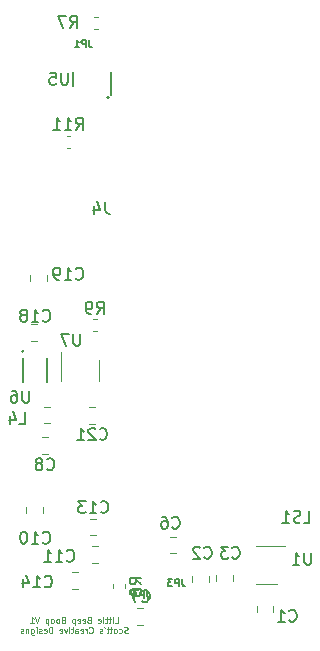
<source format=gbr>
G04 #@! TF.GenerationSoftware,KiCad,Pcbnew,(5.0.1)-rc2*
G04 #@! TF.CreationDate,2019-03-21T01:05:14-07:00*
G04 #@! TF.ProjectId,littlebeepboop,6C6974746C6562656570626F6F702E6B,rev?*
G04 #@! TF.SameCoordinates,Original*
G04 #@! TF.FileFunction,Legend,Bot*
G04 #@! TF.FilePolarity,Positive*
%FSLAX46Y46*%
G04 Gerber Fmt 4.6, Leading zero omitted, Abs format (unit mm)*
G04 Created by KiCad (PCBNEW (5.0.1)-rc2) date 3/21/2019 1:05:14 AM*
%MOMM*%
%LPD*%
G01*
G04 APERTURE LIST*
%ADD10C,0.100000*%
%ADD11C,0.120000*%
%ADD12C,0.150000*%
%ADD13C,0.127000*%
G04 APERTURE END LIST*
D10*
X166012380Y-138739190D02*
X166250476Y-138739190D01*
X166250476Y-138239190D01*
X165845714Y-138739190D02*
X165845714Y-138405857D01*
X165845714Y-138239190D02*
X165869523Y-138263000D01*
X165845714Y-138286809D01*
X165821904Y-138263000D01*
X165845714Y-138239190D01*
X165845714Y-138286809D01*
X165679047Y-138405857D02*
X165488571Y-138405857D01*
X165607619Y-138239190D02*
X165607619Y-138667761D01*
X165583809Y-138715380D01*
X165536190Y-138739190D01*
X165488571Y-138739190D01*
X165393333Y-138405857D02*
X165202857Y-138405857D01*
X165321904Y-138239190D02*
X165321904Y-138667761D01*
X165298095Y-138715380D01*
X165250476Y-138739190D01*
X165202857Y-138739190D01*
X164964761Y-138739190D02*
X165012380Y-138715380D01*
X165036190Y-138667761D01*
X165036190Y-138239190D01*
X164583809Y-138715380D02*
X164631428Y-138739190D01*
X164726666Y-138739190D01*
X164774285Y-138715380D01*
X164798095Y-138667761D01*
X164798095Y-138477285D01*
X164774285Y-138429666D01*
X164726666Y-138405857D01*
X164631428Y-138405857D01*
X164583809Y-138429666D01*
X164560000Y-138477285D01*
X164560000Y-138524904D01*
X164798095Y-138572523D01*
X163798095Y-138477285D02*
X163726666Y-138501095D01*
X163702857Y-138524904D01*
X163679047Y-138572523D01*
X163679047Y-138643952D01*
X163702857Y-138691571D01*
X163726666Y-138715380D01*
X163774285Y-138739190D01*
X163964761Y-138739190D01*
X163964761Y-138239190D01*
X163798095Y-138239190D01*
X163750476Y-138263000D01*
X163726666Y-138286809D01*
X163702857Y-138334428D01*
X163702857Y-138382047D01*
X163726666Y-138429666D01*
X163750476Y-138453476D01*
X163798095Y-138477285D01*
X163964761Y-138477285D01*
X163274285Y-138715380D02*
X163321904Y-138739190D01*
X163417142Y-138739190D01*
X163464761Y-138715380D01*
X163488571Y-138667761D01*
X163488571Y-138477285D01*
X163464761Y-138429666D01*
X163417142Y-138405857D01*
X163321904Y-138405857D01*
X163274285Y-138429666D01*
X163250476Y-138477285D01*
X163250476Y-138524904D01*
X163488571Y-138572523D01*
X162845714Y-138715380D02*
X162893333Y-138739190D01*
X162988571Y-138739190D01*
X163036190Y-138715380D01*
X163060000Y-138667761D01*
X163060000Y-138477285D01*
X163036190Y-138429666D01*
X162988571Y-138405857D01*
X162893333Y-138405857D01*
X162845714Y-138429666D01*
X162821904Y-138477285D01*
X162821904Y-138524904D01*
X163060000Y-138572523D01*
X162607619Y-138405857D02*
X162607619Y-138905857D01*
X162607619Y-138429666D02*
X162560000Y-138405857D01*
X162464761Y-138405857D01*
X162417142Y-138429666D01*
X162393333Y-138453476D01*
X162369523Y-138501095D01*
X162369523Y-138643952D01*
X162393333Y-138691571D01*
X162417142Y-138715380D01*
X162464761Y-138739190D01*
X162560000Y-138739190D01*
X162607619Y-138715380D01*
X161607619Y-138477285D02*
X161536190Y-138501095D01*
X161512380Y-138524904D01*
X161488571Y-138572523D01*
X161488571Y-138643952D01*
X161512380Y-138691571D01*
X161536190Y-138715380D01*
X161583809Y-138739190D01*
X161774285Y-138739190D01*
X161774285Y-138239190D01*
X161607619Y-138239190D01*
X161560000Y-138263000D01*
X161536190Y-138286809D01*
X161512380Y-138334428D01*
X161512380Y-138382047D01*
X161536190Y-138429666D01*
X161560000Y-138453476D01*
X161607619Y-138477285D01*
X161774285Y-138477285D01*
X161202857Y-138739190D02*
X161250476Y-138715380D01*
X161274285Y-138691571D01*
X161298095Y-138643952D01*
X161298095Y-138501095D01*
X161274285Y-138453476D01*
X161250476Y-138429666D01*
X161202857Y-138405857D01*
X161131428Y-138405857D01*
X161083809Y-138429666D01*
X161060000Y-138453476D01*
X161036190Y-138501095D01*
X161036190Y-138643952D01*
X161060000Y-138691571D01*
X161083809Y-138715380D01*
X161131428Y-138739190D01*
X161202857Y-138739190D01*
X160750476Y-138739190D02*
X160798095Y-138715380D01*
X160821904Y-138691571D01*
X160845714Y-138643952D01*
X160845714Y-138501095D01*
X160821904Y-138453476D01*
X160798095Y-138429666D01*
X160750476Y-138405857D01*
X160679047Y-138405857D01*
X160631428Y-138429666D01*
X160607619Y-138453476D01*
X160583809Y-138501095D01*
X160583809Y-138643952D01*
X160607619Y-138691571D01*
X160631428Y-138715380D01*
X160679047Y-138739190D01*
X160750476Y-138739190D01*
X160369523Y-138405857D02*
X160369523Y-138905857D01*
X160369523Y-138429666D02*
X160321904Y-138405857D01*
X160226666Y-138405857D01*
X160179047Y-138429666D01*
X160155238Y-138453476D01*
X160131428Y-138501095D01*
X160131428Y-138643952D01*
X160155238Y-138691571D01*
X160179047Y-138715380D01*
X160226666Y-138739190D01*
X160321904Y-138739190D01*
X160369523Y-138715380D01*
X159607619Y-138239190D02*
X159440952Y-138739190D01*
X159274285Y-138239190D01*
X158845714Y-138739190D02*
X159131428Y-138739190D01*
X158988571Y-138739190D02*
X158988571Y-138239190D01*
X159036190Y-138310619D01*
X159083809Y-138358238D01*
X159131428Y-138382047D01*
X167083809Y-139565380D02*
X167012380Y-139589190D01*
X166893333Y-139589190D01*
X166845714Y-139565380D01*
X166821904Y-139541571D01*
X166798095Y-139493952D01*
X166798095Y-139446333D01*
X166821904Y-139398714D01*
X166845714Y-139374904D01*
X166893333Y-139351095D01*
X166988571Y-139327285D01*
X167036190Y-139303476D01*
X167060000Y-139279666D01*
X167083809Y-139232047D01*
X167083809Y-139184428D01*
X167060000Y-139136809D01*
X167036190Y-139113000D01*
X166988571Y-139089190D01*
X166869523Y-139089190D01*
X166798095Y-139113000D01*
X166369523Y-139565380D02*
X166417142Y-139589190D01*
X166512380Y-139589190D01*
X166560000Y-139565380D01*
X166583809Y-139541571D01*
X166607619Y-139493952D01*
X166607619Y-139351095D01*
X166583809Y-139303476D01*
X166560000Y-139279666D01*
X166512380Y-139255857D01*
X166417142Y-139255857D01*
X166369523Y-139279666D01*
X166083809Y-139589190D02*
X166131428Y-139565380D01*
X166155238Y-139541571D01*
X166179047Y-139493952D01*
X166179047Y-139351095D01*
X166155238Y-139303476D01*
X166131428Y-139279666D01*
X166083809Y-139255857D01*
X166012380Y-139255857D01*
X165964761Y-139279666D01*
X165940952Y-139303476D01*
X165917142Y-139351095D01*
X165917142Y-139493952D01*
X165940952Y-139541571D01*
X165964761Y-139565380D01*
X166012380Y-139589190D01*
X166083809Y-139589190D01*
X165774285Y-139255857D02*
X165583809Y-139255857D01*
X165702857Y-139089190D02*
X165702857Y-139517761D01*
X165679047Y-139565380D01*
X165631428Y-139589190D01*
X165583809Y-139589190D01*
X165488571Y-139255857D02*
X165298095Y-139255857D01*
X165417142Y-139089190D02*
X165417142Y-139517761D01*
X165393333Y-139565380D01*
X165345714Y-139589190D01*
X165298095Y-139589190D01*
X165107619Y-139089190D02*
X165155238Y-139184428D01*
X164917142Y-139565380D02*
X164869523Y-139589190D01*
X164774285Y-139589190D01*
X164726666Y-139565380D01*
X164702857Y-139517761D01*
X164702857Y-139493952D01*
X164726666Y-139446333D01*
X164774285Y-139422523D01*
X164845714Y-139422523D01*
X164893333Y-139398714D01*
X164917142Y-139351095D01*
X164917142Y-139327285D01*
X164893333Y-139279666D01*
X164845714Y-139255857D01*
X164774285Y-139255857D01*
X164726666Y-139279666D01*
X163821904Y-139541571D02*
X163845714Y-139565380D01*
X163917142Y-139589190D01*
X163964761Y-139589190D01*
X164036190Y-139565380D01*
X164083809Y-139517761D01*
X164107619Y-139470142D01*
X164131428Y-139374904D01*
X164131428Y-139303476D01*
X164107619Y-139208238D01*
X164083809Y-139160619D01*
X164036190Y-139113000D01*
X163964761Y-139089190D01*
X163917142Y-139089190D01*
X163845714Y-139113000D01*
X163821904Y-139136809D01*
X163607619Y-139589190D02*
X163607619Y-139255857D01*
X163607619Y-139351095D02*
X163583809Y-139303476D01*
X163560000Y-139279666D01*
X163512380Y-139255857D01*
X163464761Y-139255857D01*
X163107619Y-139565380D02*
X163155238Y-139589190D01*
X163250476Y-139589190D01*
X163298095Y-139565380D01*
X163321904Y-139517761D01*
X163321904Y-139327285D01*
X163298095Y-139279666D01*
X163250476Y-139255857D01*
X163155238Y-139255857D01*
X163107619Y-139279666D01*
X163083809Y-139327285D01*
X163083809Y-139374904D01*
X163321904Y-139422523D01*
X162655238Y-139589190D02*
X162655238Y-139327285D01*
X162679047Y-139279666D01*
X162726666Y-139255857D01*
X162821904Y-139255857D01*
X162869523Y-139279666D01*
X162655238Y-139565380D02*
X162702857Y-139589190D01*
X162821904Y-139589190D01*
X162869523Y-139565380D01*
X162893333Y-139517761D01*
X162893333Y-139470142D01*
X162869523Y-139422523D01*
X162821904Y-139398714D01*
X162702857Y-139398714D01*
X162655238Y-139374904D01*
X162488571Y-139255857D02*
X162298095Y-139255857D01*
X162417142Y-139089190D02*
X162417142Y-139517761D01*
X162393333Y-139565380D01*
X162345714Y-139589190D01*
X162298095Y-139589190D01*
X162131428Y-139589190D02*
X162131428Y-139255857D01*
X162131428Y-139089190D02*
X162155238Y-139113000D01*
X162131428Y-139136809D01*
X162107619Y-139113000D01*
X162131428Y-139089190D01*
X162131428Y-139136809D01*
X161940952Y-139255857D02*
X161821904Y-139589190D01*
X161702857Y-139255857D01*
X161321904Y-139565380D02*
X161369523Y-139589190D01*
X161464761Y-139589190D01*
X161512380Y-139565380D01*
X161536190Y-139517761D01*
X161536190Y-139327285D01*
X161512380Y-139279666D01*
X161464761Y-139255857D01*
X161369523Y-139255857D01*
X161321904Y-139279666D01*
X161298095Y-139327285D01*
X161298095Y-139374904D01*
X161536190Y-139422523D01*
X160702857Y-139589190D02*
X160702857Y-139089190D01*
X160583809Y-139089190D01*
X160512380Y-139113000D01*
X160464761Y-139160619D01*
X160440952Y-139208238D01*
X160417142Y-139303476D01*
X160417142Y-139374904D01*
X160440952Y-139470142D01*
X160464761Y-139517761D01*
X160512380Y-139565380D01*
X160583809Y-139589190D01*
X160702857Y-139589190D01*
X160012380Y-139565380D02*
X160060000Y-139589190D01*
X160155238Y-139589190D01*
X160202857Y-139565380D01*
X160226666Y-139517761D01*
X160226666Y-139327285D01*
X160202857Y-139279666D01*
X160155238Y-139255857D01*
X160060000Y-139255857D01*
X160012380Y-139279666D01*
X159988571Y-139327285D01*
X159988571Y-139374904D01*
X160226666Y-139422523D01*
X159798095Y-139565380D02*
X159750476Y-139589190D01*
X159655238Y-139589190D01*
X159607619Y-139565380D01*
X159583809Y-139517761D01*
X159583809Y-139493952D01*
X159607619Y-139446333D01*
X159655238Y-139422523D01*
X159726666Y-139422523D01*
X159774285Y-139398714D01*
X159798095Y-139351095D01*
X159798095Y-139327285D01*
X159774285Y-139279666D01*
X159726666Y-139255857D01*
X159655238Y-139255857D01*
X159607619Y-139279666D01*
X159369523Y-139589190D02*
X159369523Y-139255857D01*
X159369523Y-139089190D02*
X159393333Y-139113000D01*
X159369523Y-139136809D01*
X159345714Y-139113000D01*
X159369523Y-139089190D01*
X159369523Y-139136809D01*
X158917142Y-139255857D02*
X158917142Y-139660619D01*
X158940952Y-139708238D01*
X158964761Y-139732047D01*
X159012380Y-139755857D01*
X159083809Y-139755857D01*
X159131428Y-139732047D01*
X158917142Y-139565380D02*
X158964761Y-139589190D01*
X159060000Y-139589190D01*
X159107619Y-139565380D01*
X159131428Y-139541571D01*
X159155238Y-139493952D01*
X159155238Y-139351095D01*
X159131428Y-139303476D01*
X159107619Y-139279666D01*
X159060000Y-139255857D01*
X158964761Y-139255857D01*
X158917142Y-139279666D01*
X158679047Y-139255857D02*
X158679047Y-139589190D01*
X158679047Y-139303476D02*
X158655238Y-139279666D01*
X158607619Y-139255857D01*
X158536190Y-139255857D01*
X158488571Y-139279666D01*
X158464761Y-139327285D01*
X158464761Y-139589190D01*
X158250476Y-139565380D02*
X158202857Y-139589190D01*
X158107619Y-139589190D01*
X158060000Y-139565380D01*
X158036190Y-139517761D01*
X158036190Y-139493952D01*
X158060000Y-139446333D01*
X158107619Y-139422523D01*
X158179047Y-139422523D01*
X158226666Y-139398714D01*
X158250476Y-139351095D01*
X158250476Y-139327285D01*
X158226666Y-139279666D01*
X158179047Y-139255857D01*
X158107619Y-139255857D01*
X158060000Y-139279666D01*
D11*
G04 #@! TO.C,C14*
X162897078Y-134418000D02*
X162379922Y-134418000D01*
X162897078Y-135838000D02*
X162379922Y-135838000D01*
G04 #@! TO.C,C1*
X178000000Y-137841078D02*
X178000000Y-137323922D01*
X179420000Y-137841078D02*
X179420000Y-137323922D01*
G04 #@! TO.C,C2*
X173938000Y-134790922D02*
X173938000Y-135308078D01*
X172518000Y-134790922D02*
X172518000Y-135308078D01*
G04 #@! TO.C,C3*
X174550000Y-134693922D02*
X174550000Y-135211078D01*
X175970000Y-134693922D02*
X175970000Y-135211078D01*
G04 #@! TO.C,C10*
X159880000Y-128893922D02*
X159880000Y-129411078D01*
X158460000Y-128893922D02*
X158460000Y-129411078D01*
G04 #@! TO.C,C11*
X164551078Y-132240000D02*
X164033922Y-132240000D01*
X164551078Y-133660000D02*
X164033922Y-133660000D01*
G04 #@! TO.C,C13*
X164431078Y-131340000D02*
X163913922Y-131340000D01*
X164431078Y-129920000D02*
X163913922Y-129920000D01*
G04 #@! TO.C,C18*
X158883922Y-113450000D02*
X159401078Y-113450000D01*
X158883922Y-114870000D02*
X159401078Y-114870000D01*
G04 #@! TO.C,C19*
X158802000Y-109293922D02*
X158802000Y-109811078D01*
X160222000Y-109293922D02*
X160222000Y-109811078D01*
G04 #@! TO.C,R7*
X164572779Y-87410000D02*
X164247221Y-87410000D01*
X164572779Y-88430000D02*
X164247221Y-88430000D01*
G04 #@! TO.C,R9*
X164475279Y-114048000D02*
X164149721Y-114048000D01*
X164475279Y-113028000D02*
X164149721Y-113028000D01*
G04 #@! TO.C,R11*
X161914721Y-98554000D02*
X162240279Y-98554000D01*
X161914721Y-97534000D02*
X162240279Y-97534000D01*
G04 #@! TO.C,U1*
X179716000Y-135468000D02*
X177916000Y-135468000D01*
X177916000Y-132248000D02*
X180366000Y-132248000D01*
D12*
G04 #@! TO.C,U5*
X165675000Y-94050000D02*
X165675000Y-92125000D01*
X162425000Y-93275000D02*
X162425000Y-92125000D01*
X165500000Y-94250000D02*
G75*
G03X165500000Y-94250000I-100000J0D01*
G01*
G04 #@! TO.C,U6*
X160258000Y-116348000D02*
X160258000Y-118348000D01*
X158258000Y-118348000D02*
X158258000Y-116348000D01*
X158278711Y-115748000D02*
G75*
G03X158278711Y-115748000I-70711J0D01*
G01*
D11*
G04 #@! TO.C,C8*
X159828922Y-122990000D02*
X160346078Y-122990000D01*
X159828922Y-124410000D02*
X160346078Y-124410000D01*
G04 #@! TO.C,C21*
X163818922Y-121860000D02*
X164336078Y-121860000D01*
X163818922Y-120440000D02*
X164336078Y-120440000D01*
G04 #@! TO.C,L4*
X159981422Y-121840000D02*
X160498578Y-121840000D01*
X159981422Y-120420000D02*
X160498578Y-120420000D01*
G04 #@! TO.C,U7*
X164678000Y-116448000D02*
X164678000Y-118248000D01*
X161458000Y-118248000D02*
X161458000Y-115798000D01*
G04 #@! TO.C,C6*
X170633922Y-132850000D02*
X171151078Y-132850000D01*
X170633922Y-131430000D02*
X171151078Y-131430000D01*
G04 #@! TO.C,C7*
X168406578Y-137466000D02*
X167889422Y-137466000D01*
X168406578Y-138886000D02*
X167889422Y-138886000D01*
G04 #@! TO.C,R6*
X166880000Y-135798779D02*
X166880000Y-135473221D01*
X165860000Y-135798779D02*
X165860000Y-135473221D01*
G04 #@! TO.C,C14*
D12*
X160059857Y-135637142D02*
X160107476Y-135684761D01*
X160250333Y-135732380D01*
X160345571Y-135732380D01*
X160488428Y-135684761D01*
X160583666Y-135589523D01*
X160631285Y-135494285D01*
X160678904Y-135303809D01*
X160678904Y-135160952D01*
X160631285Y-134970476D01*
X160583666Y-134875238D01*
X160488428Y-134780000D01*
X160345571Y-134732380D01*
X160250333Y-134732380D01*
X160107476Y-134780000D01*
X160059857Y-134827619D01*
X159107476Y-135732380D02*
X159678904Y-135732380D01*
X159393190Y-135732380D02*
X159393190Y-134732380D01*
X159488428Y-134875238D01*
X159583666Y-134970476D01*
X159678904Y-135018095D01*
X158250333Y-135065714D02*
X158250333Y-135732380D01*
X158488428Y-134684761D02*
X158726523Y-135399047D01*
X158107476Y-135399047D01*
G04 #@! TO.C,C1*
X180760666Y-138533142D02*
X180808285Y-138580761D01*
X180951142Y-138628380D01*
X181046380Y-138628380D01*
X181189238Y-138580761D01*
X181284476Y-138485523D01*
X181332095Y-138390285D01*
X181379714Y-138199809D01*
X181379714Y-138056952D01*
X181332095Y-137866476D01*
X181284476Y-137771238D01*
X181189238Y-137676000D01*
X181046380Y-137628380D01*
X180951142Y-137628380D01*
X180808285Y-137676000D01*
X180760666Y-137723619D01*
X179808285Y-138628380D02*
X180379714Y-138628380D01*
X180094000Y-138628380D02*
X180094000Y-137628380D01*
X180189238Y-137771238D01*
X180284476Y-137866476D01*
X180379714Y-137914095D01*
G04 #@! TO.C,C2*
X173569666Y-133199142D02*
X173617285Y-133246761D01*
X173760142Y-133294380D01*
X173855380Y-133294380D01*
X173998238Y-133246761D01*
X174093476Y-133151523D01*
X174141095Y-133056285D01*
X174188714Y-132865809D01*
X174188714Y-132722952D01*
X174141095Y-132532476D01*
X174093476Y-132437238D01*
X173998238Y-132342000D01*
X173855380Y-132294380D01*
X173760142Y-132294380D01*
X173617285Y-132342000D01*
X173569666Y-132389619D01*
X173188714Y-132389619D02*
X173141095Y-132342000D01*
X173045857Y-132294380D01*
X172807761Y-132294380D01*
X172712523Y-132342000D01*
X172664904Y-132389619D01*
X172617285Y-132484857D01*
X172617285Y-132580095D01*
X172664904Y-132722952D01*
X173236333Y-133294380D01*
X172617285Y-133294380D01*
G04 #@! TO.C,C3*
X175934666Y-133199142D02*
X175982285Y-133246761D01*
X176125142Y-133294380D01*
X176220380Y-133294380D01*
X176363238Y-133246761D01*
X176458476Y-133151523D01*
X176506095Y-133056285D01*
X176553714Y-132865809D01*
X176553714Y-132722952D01*
X176506095Y-132532476D01*
X176458476Y-132437238D01*
X176363238Y-132342000D01*
X176220380Y-132294380D01*
X176125142Y-132294380D01*
X175982285Y-132342000D01*
X175934666Y-132389619D01*
X175601333Y-132294380D02*
X174982285Y-132294380D01*
X175315619Y-132675333D01*
X175172761Y-132675333D01*
X175077523Y-132722952D01*
X175029904Y-132770571D01*
X174982285Y-132865809D01*
X174982285Y-133103904D01*
X175029904Y-133199142D01*
X175077523Y-133246761D01*
X175172761Y-133294380D01*
X175458476Y-133294380D01*
X175553714Y-133246761D01*
X175601333Y-133199142D01*
G04 #@! TO.C,C10*
X159900857Y-131929142D02*
X159948476Y-131976761D01*
X160091333Y-132024380D01*
X160186571Y-132024380D01*
X160329428Y-131976761D01*
X160424666Y-131881523D01*
X160472285Y-131786285D01*
X160519904Y-131595809D01*
X160519904Y-131452952D01*
X160472285Y-131262476D01*
X160424666Y-131167238D01*
X160329428Y-131072000D01*
X160186571Y-131024380D01*
X160091333Y-131024380D01*
X159948476Y-131072000D01*
X159900857Y-131119619D01*
X158948476Y-132024380D02*
X159519904Y-132024380D01*
X159234190Y-132024380D02*
X159234190Y-131024380D01*
X159329428Y-131167238D01*
X159424666Y-131262476D01*
X159519904Y-131310095D01*
X158329428Y-131024380D02*
X158234190Y-131024380D01*
X158138952Y-131072000D01*
X158091333Y-131119619D01*
X158043714Y-131214857D01*
X157996095Y-131405333D01*
X157996095Y-131643428D01*
X158043714Y-131833904D01*
X158091333Y-131929142D01*
X158138952Y-131976761D01*
X158234190Y-132024380D01*
X158329428Y-132024380D01*
X158424666Y-131976761D01*
X158472285Y-131929142D01*
X158519904Y-131833904D01*
X158567523Y-131643428D01*
X158567523Y-131405333D01*
X158519904Y-131214857D01*
X158472285Y-131119619D01*
X158424666Y-131072000D01*
X158329428Y-131024380D01*
G04 #@! TO.C,C11*
X161932857Y-133453142D02*
X161980476Y-133500761D01*
X162123333Y-133548380D01*
X162218571Y-133548380D01*
X162361428Y-133500761D01*
X162456666Y-133405523D01*
X162504285Y-133310285D01*
X162551904Y-133119809D01*
X162551904Y-132976952D01*
X162504285Y-132786476D01*
X162456666Y-132691238D01*
X162361428Y-132596000D01*
X162218571Y-132548380D01*
X162123333Y-132548380D01*
X161980476Y-132596000D01*
X161932857Y-132643619D01*
X160980476Y-133548380D02*
X161551904Y-133548380D01*
X161266190Y-133548380D02*
X161266190Y-132548380D01*
X161361428Y-132691238D01*
X161456666Y-132786476D01*
X161551904Y-132834095D01*
X160028095Y-133548380D02*
X160599523Y-133548380D01*
X160313809Y-133548380D02*
X160313809Y-132548380D01*
X160409047Y-132691238D01*
X160504285Y-132786476D01*
X160599523Y-132834095D01*
G04 #@! TO.C,C13*
X164815357Y-129337142D02*
X164862976Y-129384761D01*
X165005833Y-129432380D01*
X165101071Y-129432380D01*
X165243928Y-129384761D01*
X165339166Y-129289523D01*
X165386785Y-129194285D01*
X165434404Y-129003809D01*
X165434404Y-128860952D01*
X165386785Y-128670476D01*
X165339166Y-128575238D01*
X165243928Y-128480000D01*
X165101071Y-128432380D01*
X165005833Y-128432380D01*
X164862976Y-128480000D01*
X164815357Y-128527619D01*
X163862976Y-129432380D02*
X164434404Y-129432380D01*
X164148690Y-129432380D02*
X164148690Y-128432380D01*
X164243928Y-128575238D01*
X164339166Y-128670476D01*
X164434404Y-128718095D01*
X163529642Y-128432380D02*
X162910595Y-128432380D01*
X163243928Y-128813333D01*
X163101071Y-128813333D01*
X163005833Y-128860952D01*
X162958214Y-128908571D01*
X162910595Y-129003809D01*
X162910595Y-129241904D01*
X162958214Y-129337142D01*
X163005833Y-129384761D01*
X163101071Y-129432380D01*
X163386785Y-129432380D01*
X163482023Y-129384761D01*
X163529642Y-129337142D01*
G04 #@! TO.C,C18*
X159900857Y-113133142D02*
X159948476Y-113180761D01*
X160091333Y-113228380D01*
X160186571Y-113228380D01*
X160329428Y-113180761D01*
X160424666Y-113085523D01*
X160472285Y-112990285D01*
X160519904Y-112799809D01*
X160519904Y-112656952D01*
X160472285Y-112466476D01*
X160424666Y-112371238D01*
X160329428Y-112276000D01*
X160186571Y-112228380D01*
X160091333Y-112228380D01*
X159948476Y-112276000D01*
X159900857Y-112323619D01*
X158948476Y-113228380D02*
X159519904Y-113228380D01*
X159234190Y-113228380D02*
X159234190Y-112228380D01*
X159329428Y-112371238D01*
X159424666Y-112466476D01*
X159519904Y-112514095D01*
X158377047Y-112656952D02*
X158472285Y-112609333D01*
X158519904Y-112561714D01*
X158567523Y-112466476D01*
X158567523Y-112418857D01*
X158519904Y-112323619D01*
X158472285Y-112276000D01*
X158377047Y-112228380D01*
X158186571Y-112228380D01*
X158091333Y-112276000D01*
X158043714Y-112323619D01*
X157996095Y-112418857D01*
X157996095Y-112466476D01*
X158043714Y-112561714D01*
X158091333Y-112609333D01*
X158186571Y-112656952D01*
X158377047Y-112656952D01*
X158472285Y-112704571D01*
X158519904Y-112752190D01*
X158567523Y-112847428D01*
X158567523Y-113037904D01*
X158519904Y-113133142D01*
X158472285Y-113180761D01*
X158377047Y-113228380D01*
X158186571Y-113228380D01*
X158091333Y-113180761D01*
X158043714Y-113133142D01*
X157996095Y-113037904D01*
X157996095Y-112847428D01*
X158043714Y-112752190D01*
X158091333Y-112704571D01*
X158186571Y-112656952D01*
G04 #@! TO.C,C19*
X162694857Y-109577142D02*
X162742476Y-109624761D01*
X162885333Y-109672380D01*
X162980571Y-109672380D01*
X163123428Y-109624761D01*
X163218666Y-109529523D01*
X163266285Y-109434285D01*
X163313904Y-109243809D01*
X163313904Y-109100952D01*
X163266285Y-108910476D01*
X163218666Y-108815238D01*
X163123428Y-108720000D01*
X162980571Y-108672380D01*
X162885333Y-108672380D01*
X162742476Y-108720000D01*
X162694857Y-108767619D01*
X161742476Y-109672380D02*
X162313904Y-109672380D01*
X162028190Y-109672380D02*
X162028190Y-108672380D01*
X162123428Y-108815238D01*
X162218666Y-108910476D01*
X162313904Y-108958095D01*
X161266285Y-109672380D02*
X161075809Y-109672380D01*
X160980571Y-109624761D01*
X160932952Y-109577142D01*
X160837714Y-109434285D01*
X160790095Y-109243809D01*
X160790095Y-108862857D01*
X160837714Y-108767619D01*
X160885333Y-108720000D01*
X160980571Y-108672380D01*
X161171047Y-108672380D01*
X161266285Y-108720000D01*
X161313904Y-108767619D01*
X161361523Y-108862857D01*
X161361523Y-109100952D01*
X161313904Y-109196190D01*
X161266285Y-109243809D01*
X161171047Y-109291428D01*
X160980571Y-109291428D01*
X160885333Y-109243809D01*
X160837714Y-109196190D01*
X160790095Y-109100952D01*
G04 #@! TO.C,JP1*
D13*
X163808000Y-89386171D02*
X163808000Y-89821600D01*
X163837028Y-89908685D01*
X163895085Y-89966742D01*
X163982171Y-89995771D01*
X164040228Y-89995771D01*
X163517714Y-89995771D02*
X163517714Y-89386171D01*
X163285485Y-89386171D01*
X163227428Y-89415200D01*
X163198400Y-89444228D01*
X163169371Y-89502285D01*
X163169371Y-89589371D01*
X163198400Y-89647428D01*
X163227428Y-89676457D01*
X163285485Y-89705485D01*
X163517714Y-89705485D01*
X162588800Y-89995771D02*
X162937142Y-89995771D01*
X162762971Y-89995771D02*
X162762971Y-89386171D01*
X162821028Y-89473257D01*
X162879085Y-89531314D01*
X162937142Y-89560342D01*
G04 #@! TO.C,R7*
D12*
X162218666Y-88336380D02*
X162552000Y-87860190D01*
X162790095Y-88336380D02*
X162790095Y-87336380D01*
X162409142Y-87336380D01*
X162313904Y-87384000D01*
X162266285Y-87431619D01*
X162218666Y-87526857D01*
X162218666Y-87669714D01*
X162266285Y-87764952D01*
X162313904Y-87812571D01*
X162409142Y-87860190D01*
X162790095Y-87860190D01*
X161885333Y-87336380D02*
X161218666Y-87336380D01*
X161647238Y-88336380D01*
G04 #@! TO.C,R9*
X164479166Y-112560380D02*
X164812500Y-112084190D01*
X165050595Y-112560380D02*
X165050595Y-111560380D01*
X164669642Y-111560380D01*
X164574404Y-111608000D01*
X164526785Y-111655619D01*
X164479166Y-111750857D01*
X164479166Y-111893714D01*
X164526785Y-111988952D01*
X164574404Y-112036571D01*
X164669642Y-112084190D01*
X165050595Y-112084190D01*
X164002976Y-112560380D02*
X163812500Y-112560380D01*
X163717261Y-112512761D01*
X163669642Y-112465142D01*
X163574404Y-112322285D01*
X163526785Y-112131809D01*
X163526785Y-111750857D01*
X163574404Y-111655619D01*
X163622023Y-111608000D01*
X163717261Y-111560380D01*
X163907738Y-111560380D01*
X164002976Y-111608000D01*
X164050595Y-111655619D01*
X164098214Y-111750857D01*
X164098214Y-111988952D01*
X164050595Y-112084190D01*
X164002976Y-112131809D01*
X163907738Y-112179428D01*
X163717261Y-112179428D01*
X163622023Y-112131809D01*
X163574404Y-112084190D01*
X163526785Y-111988952D01*
G04 #@! TO.C,R11*
X162694857Y-96972380D02*
X163028190Y-96496190D01*
X163266285Y-96972380D02*
X163266285Y-95972380D01*
X162885333Y-95972380D01*
X162790095Y-96020000D01*
X162742476Y-96067619D01*
X162694857Y-96162857D01*
X162694857Y-96305714D01*
X162742476Y-96400952D01*
X162790095Y-96448571D01*
X162885333Y-96496190D01*
X163266285Y-96496190D01*
X161742476Y-96972380D02*
X162313904Y-96972380D01*
X162028190Y-96972380D02*
X162028190Y-95972380D01*
X162123428Y-96115238D01*
X162218666Y-96210476D01*
X162313904Y-96258095D01*
X160790095Y-96972380D02*
X161361523Y-96972380D01*
X161075809Y-96972380D02*
X161075809Y-95972380D01*
X161171047Y-96115238D01*
X161266285Y-96210476D01*
X161361523Y-96258095D01*
G04 #@! TO.C,U1*
X182625904Y-132802380D02*
X182625904Y-133611904D01*
X182578285Y-133707142D01*
X182530666Y-133754761D01*
X182435428Y-133802380D01*
X182244952Y-133802380D01*
X182149714Y-133754761D01*
X182102095Y-133707142D01*
X182054476Y-133611904D01*
X182054476Y-132802380D01*
X181054476Y-133802380D02*
X181625904Y-133802380D01*
X181340190Y-133802380D02*
X181340190Y-132802380D01*
X181435428Y-132945238D01*
X181530666Y-133040476D01*
X181625904Y-133088095D01*
G04 #@! TO.C,U5*
X162022884Y-92162380D02*
X162022884Y-92971904D01*
X161975265Y-93067142D01*
X161927646Y-93114761D01*
X161832408Y-93162380D01*
X161641932Y-93162380D01*
X161546694Y-93114761D01*
X161499075Y-93067142D01*
X161451456Y-92971904D01*
X161451456Y-92162380D01*
X160499075Y-92162380D02*
X160975265Y-92162380D01*
X161022884Y-92638571D01*
X160975265Y-92590952D01*
X160880027Y-92543333D01*
X160641932Y-92543333D01*
X160546694Y-92590952D01*
X160499075Y-92638571D01*
X160451456Y-92733809D01*
X160451456Y-92971904D01*
X160499075Y-93067142D01*
X160546694Y-93114761D01*
X160641932Y-93162380D01*
X160880027Y-93162380D01*
X160975265Y-93114761D01*
X161022884Y-93067142D01*
G04 #@! TO.C,U6*
X158749904Y-119086380D02*
X158749904Y-119895904D01*
X158702285Y-119991142D01*
X158654666Y-120038761D01*
X158559428Y-120086380D01*
X158368952Y-120086380D01*
X158273714Y-120038761D01*
X158226095Y-119991142D01*
X158178476Y-119895904D01*
X158178476Y-119086380D01*
X157273714Y-119086380D02*
X157464190Y-119086380D01*
X157559428Y-119134000D01*
X157607047Y-119181619D01*
X157702285Y-119324476D01*
X157749904Y-119514952D01*
X157749904Y-119895904D01*
X157702285Y-119991142D01*
X157654666Y-120038761D01*
X157559428Y-120086380D01*
X157368952Y-120086380D01*
X157273714Y-120038761D01*
X157226095Y-119991142D01*
X157178476Y-119895904D01*
X157178476Y-119657809D01*
X157226095Y-119562571D01*
X157273714Y-119514952D01*
X157368952Y-119467333D01*
X157559428Y-119467333D01*
X157654666Y-119514952D01*
X157702285Y-119562571D01*
X157749904Y-119657809D01*
G04 #@! TO.C,J4*
X165179333Y-103084380D02*
X165179333Y-103798666D01*
X165226952Y-103941523D01*
X165322190Y-104036761D01*
X165465047Y-104084380D01*
X165560285Y-104084380D01*
X164274571Y-103417714D02*
X164274571Y-104084380D01*
X164512666Y-103036761D02*
X164750761Y-103751047D01*
X164131714Y-103751047D01*
G04 #@! TO.C,C8*
X160254166Y-125707142D02*
X160301785Y-125754761D01*
X160444642Y-125802380D01*
X160539880Y-125802380D01*
X160682738Y-125754761D01*
X160777976Y-125659523D01*
X160825595Y-125564285D01*
X160873214Y-125373809D01*
X160873214Y-125230952D01*
X160825595Y-125040476D01*
X160777976Y-124945238D01*
X160682738Y-124850000D01*
X160539880Y-124802380D01*
X160444642Y-124802380D01*
X160301785Y-124850000D01*
X160254166Y-124897619D01*
X159682738Y-125230952D02*
X159777976Y-125183333D01*
X159825595Y-125135714D01*
X159873214Y-125040476D01*
X159873214Y-124992857D01*
X159825595Y-124897619D01*
X159777976Y-124850000D01*
X159682738Y-124802380D01*
X159492261Y-124802380D01*
X159397023Y-124850000D01*
X159349404Y-124897619D01*
X159301785Y-124992857D01*
X159301785Y-125040476D01*
X159349404Y-125135714D01*
X159397023Y-125183333D01*
X159492261Y-125230952D01*
X159682738Y-125230952D01*
X159777976Y-125278571D01*
X159825595Y-125326190D01*
X159873214Y-125421428D01*
X159873214Y-125611904D01*
X159825595Y-125707142D01*
X159777976Y-125754761D01*
X159682738Y-125802380D01*
X159492261Y-125802380D01*
X159397023Y-125754761D01*
X159349404Y-125707142D01*
X159301785Y-125611904D01*
X159301785Y-125421428D01*
X159349404Y-125326190D01*
X159397023Y-125278571D01*
X159492261Y-125230952D01*
G04 #@! TO.C,LS1*
X181998857Y-130246380D02*
X182475047Y-130246380D01*
X182475047Y-129246380D01*
X181713142Y-130198761D02*
X181570285Y-130246380D01*
X181332190Y-130246380D01*
X181236952Y-130198761D01*
X181189333Y-130151142D01*
X181141714Y-130055904D01*
X181141714Y-129960666D01*
X181189333Y-129865428D01*
X181236952Y-129817809D01*
X181332190Y-129770190D01*
X181522666Y-129722571D01*
X181617904Y-129674952D01*
X181665523Y-129627333D01*
X181713142Y-129532095D01*
X181713142Y-129436857D01*
X181665523Y-129341619D01*
X181617904Y-129294000D01*
X181522666Y-129246380D01*
X181284571Y-129246380D01*
X181141714Y-129294000D01*
X180189333Y-130246380D02*
X180760761Y-130246380D01*
X180475047Y-130246380D02*
X180475047Y-129246380D01*
X180570285Y-129389238D01*
X180665523Y-129484476D01*
X180760761Y-129532095D01*
G04 #@! TO.C,C21*
X164720357Y-123157142D02*
X164767976Y-123204761D01*
X164910833Y-123252380D01*
X165006071Y-123252380D01*
X165148928Y-123204761D01*
X165244166Y-123109523D01*
X165291785Y-123014285D01*
X165339404Y-122823809D01*
X165339404Y-122680952D01*
X165291785Y-122490476D01*
X165244166Y-122395238D01*
X165148928Y-122300000D01*
X165006071Y-122252380D01*
X164910833Y-122252380D01*
X164767976Y-122300000D01*
X164720357Y-122347619D01*
X164339404Y-122347619D02*
X164291785Y-122300000D01*
X164196547Y-122252380D01*
X163958452Y-122252380D01*
X163863214Y-122300000D01*
X163815595Y-122347619D01*
X163767976Y-122442857D01*
X163767976Y-122538095D01*
X163815595Y-122680952D01*
X164387023Y-123252380D01*
X163767976Y-123252380D01*
X162815595Y-123252380D02*
X163387023Y-123252380D01*
X163101309Y-123252380D02*
X163101309Y-122252380D01*
X163196547Y-122395238D01*
X163291785Y-122490476D01*
X163387023Y-122538095D01*
G04 #@! TO.C,L4*
X157900666Y-121864380D02*
X158376857Y-121864380D01*
X158376857Y-120864380D01*
X157138761Y-121197714D02*
X157138761Y-121864380D01*
X157376857Y-120816761D02*
X157614952Y-121531047D01*
X156995904Y-121531047D01*
G04 #@! TO.C,U7*
X163067904Y-114260380D02*
X163067904Y-115069904D01*
X163020285Y-115165142D01*
X162972666Y-115212761D01*
X162877428Y-115260380D01*
X162686952Y-115260380D01*
X162591714Y-115212761D01*
X162544095Y-115165142D01*
X162496476Y-115069904D01*
X162496476Y-114260380D01*
X162115523Y-114260380D02*
X161448857Y-114260380D01*
X161877428Y-115260380D01*
G04 #@! TO.C,JP3*
D13*
X171704000Y-135048171D02*
X171704000Y-135483600D01*
X171733028Y-135570685D01*
X171791085Y-135628742D01*
X171878171Y-135657771D01*
X171936228Y-135657771D01*
X171413714Y-135657771D02*
X171413714Y-135048171D01*
X171181485Y-135048171D01*
X171123428Y-135077200D01*
X171094400Y-135106228D01*
X171065371Y-135164285D01*
X171065371Y-135251371D01*
X171094400Y-135309428D01*
X171123428Y-135338457D01*
X171181485Y-135367485D01*
X171413714Y-135367485D01*
X170862171Y-135048171D02*
X170484800Y-135048171D01*
X170688000Y-135280400D01*
X170600914Y-135280400D01*
X170542857Y-135309428D01*
X170513828Y-135338457D01*
X170484800Y-135396514D01*
X170484800Y-135541657D01*
X170513828Y-135599714D01*
X170542857Y-135628742D01*
X170600914Y-135657771D01*
X170775085Y-135657771D01*
X170833142Y-135628742D01*
X170862171Y-135599714D01*
G04 #@! TO.C,JP4*
X168757600Y-136064171D02*
X168757600Y-136499600D01*
X168786628Y-136586685D01*
X168844685Y-136644742D01*
X168931771Y-136673771D01*
X168989828Y-136673771D01*
X168467314Y-136673771D02*
X168467314Y-136064171D01*
X168235085Y-136064171D01*
X168177028Y-136093200D01*
X168148000Y-136122228D01*
X168118971Y-136180285D01*
X168118971Y-136267371D01*
X168148000Y-136325428D01*
X168177028Y-136354457D01*
X168235085Y-136383485D01*
X168467314Y-136383485D01*
X167596457Y-136267371D02*
X167596457Y-136673771D01*
X167741600Y-136035142D02*
X167886742Y-136470571D01*
X167509371Y-136470571D01*
G04 #@! TO.C,C6*
D12*
X170854666Y-130659142D02*
X170902285Y-130706761D01*
X171045142Y-130754380D01*
X171140380Y-130754380D01*
X171283238Y-130706761D01*
X171378476Y-130611523D01*
X171426095Y-130516285D01*
X171473714Y-130325809D01*
X171473714Y-130182952D01*
X171426095Y-129992476D01*
X171378476Y-129897238D01*
X171283238Y-129802000D01*
X171140380Y-129754380D01*
X171045142Y-129754380D01*
X170902285Y-129802000D01*
X170854666Y-129849619D01*
X169997523Y-129754380D02*
X170188000Y-129754380D01*
X170283238Y-129802000D01*
X170330857Y-129849619D01*
X170426095Y-129992476D01*
X170473714Y-130182952D01*
X170473714Y-130563904D01*
X170426095Y-130659142D01*
X170378476Y-130706761D01*
X170283238Y-130754380D01*
X170092761Y-130754380D01*
X169997523Y-130706761D01*
X169949904Y-130659142D01*
X169902285Y-130563904D01*
X169902285Y-130325809D01*
X169949904Y-130230571D01*
X169997523Y-130182952D01*
X170092761Y-130135333D01*
X170283238Y-130135333D01*
X170378476Y-130182952D01*
X170426095Y-130230571D01*
X170473714Y-130325809D01*
G04 #@! TO.C,C7*
X168314666Y-136883142D02*
X168362285Y-136930761D01*
X168505142Y-136978380D01*
X168600380Y-136978380D01*
X168743238Y-136930761D01*
X168838476Y-136835523D01*
X168886095Y-136740285D01*
X168933714Y-136549809D01*
X168933714Y-136406952D01*
X168886095Y-136216476D01*
X168838476Y-136121238D01*
X168743238Y-136026000D01*
X168600380Y-135978380D01*
X168505142Y-135978380D01*
X168362285Y-136026000D01*
X168314666Y-136073619D01*
X167981333Y-135978380D02*
X167314666Y-135978380D01*
X167743238Y-136978380D01*
G04 #@! TO.C,R6*
X168252380Y-135469333D02*
X167776190Y-135136000D01*
X168252380Y-134897904D02*
X167252380Y-134897904D01*
X167252380Y-135278857D01*
X167300000Y-135374095D01*
X167347619Y-135421714D01*
X167442857Y-135469333D01*
X167585714Y-135469333D01*
X167680952Y-135421714D01*
X167728571Y-135374095D01*
X167776190Y-135278857D01*
X167776190Y-134897904D01*
X167252380Y-136326476D02*
X167252380Y-136136000D01*
X167300000Y-136040761D01*
X167347619Y-135993142D01*
X167490476Y-135897904D01*
X167680952Y-135850285D01*
X168061904Y-135850285D01*
X168157142Y-135897904D01*
X168204761Y-135945523D01*
X168252380Y-136040761D01*
X168252380Y-136231238D01*
X168204761Y-136326476D01*
X168157142Y-136374095D01*
X168061904Y-136421714D01*
X167823809Y-136421714D01*
X167728571Y-136374095D01*
X167680952Y-136326476D01*
X167633333Y-136231238D01*
X167633333Y-136040761D01*
X167680952Y-135945523D01*
X167728571Y-135897904D01*
X167823809Y-135850285D01*
G04 #@! TD*
M02*

</source>
